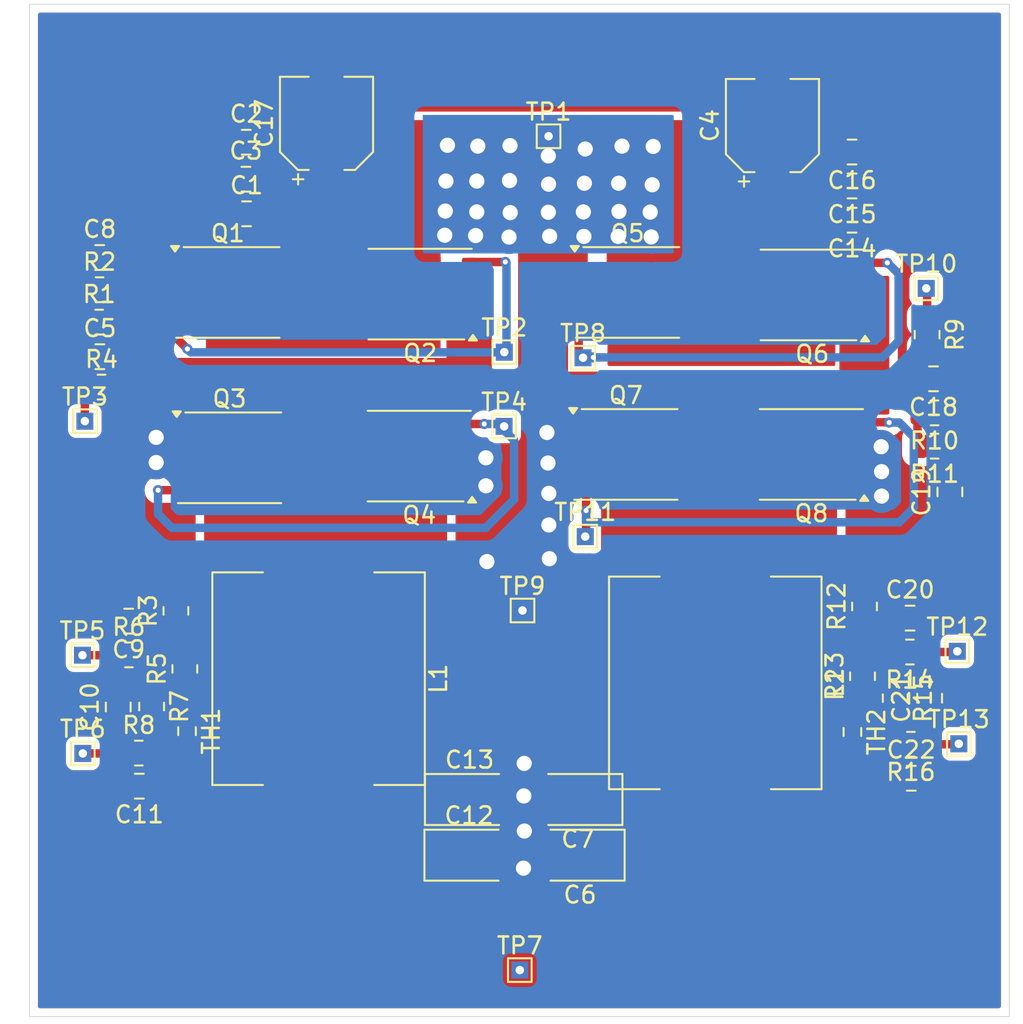
<source format=kicad_pcb>
(kicad_pcb (version 20241229) (generator "pcbnew") (generator_version "9.0")
  (layers (0 "F.Cu" signal) (2 "B.Cu" signal) (13 "F.Paste" user) (15 "B.Paste" user) (5 "F.SilkS" user "F.Silkscreen") (7 "B.SilkS" user "B.Silkscreen") (1 "F.Mask" user) (3 "B.Mask" user) (25 "Edge.Cuts" user))
  (net 0 "")
  (net 1 "GND")
  (net 2 "Net-(Q3-D)")
  (net 3 "Net-(Q7-D)")
  (net 4 "Net-(Q1-D)")
  (net 5 "Net-(Q1-G)")
  (net 6 "Net-(Q3-G)")
  (net 7 "Net-(Q5-G)")
  (net 8 "Net-(C5-Pad1)")
  (net 9 "Net-(C10-Pad1)")
  (net 10 "Net-(C8-Pad2)")
  (net 11 "Net-(C9-Pad2)")
  (net 12 "Net-(C10-Pad2)")
  (net 13 "Net-(C11-Pad2)")
  (net 14 "Net-(C18-Pad1)")
  (net 15 "Net-(C19-Pad2)")
  (net 16 "Net-(C20-Pad2)")
  (net 17 "Net-(C21-Pad2)")
  (net 18 "Net-(R4-Pad1)")
  (net 19 "Net-(R5-Pad1)")
  (net 20 "Net-(R9-Pad1)")
  (net 21 "Net-(C22-Pad2)")
  (net 22 "Net-(Q7-G)")
  (net 23 "Net-(R13-Pad1)")
  (footprint "Capacitor_SMD:C_0805_2012Metric" (layer "F.Cu") (at 109.17 69.14)
    (property "Reference" "C3" (at 0 -1.68 0) (layer "F.SilkS"))
    (property "Value" "4u7/25V")
    (pad "1" smd roundrect (at -0.95 0) (size 1 1.45) (layers "F.Cu" "F.Mask" "F.Paste") (net 1 "GND"))
    (pad "2" smd roundrect (at 0.95 0) (size 1 1.45) (layers "F.Cu" "F.Mask" "F.Paste") (net 4 "Net-(Q1-D)"))
  )
  (footprint "Resistor_SMD:R_0805_2012Metric" (layer "F.Cu") (at 102.23 97.33)
    (property "Reference" "R6" (at 0 -1.65 0) (layer "F.SilkS"))
    (property "Value" "470")
    (pad "1" smd roundrect (at -0.9125 0) (size 1.025 1.4) (layers "F.Cu" "F.Mask" "F.Paste") (roundrect_rratio 0.243902) (net 11 "Net-(C9-Pad2)"))
    (pad "2" smd roundrect (at 0.9125 0) (size 1.025 1.4) (layers "F.Cu" "F.Mask" "F.Paste") (roundrect_rratio 0.243902) (net 12 "Net-(C10-Pad2)"))
  )
  (footprint "Capacitor_SMD:C_0805_2012Metric" (layer "F.Cu") (at 145.11 71.57 180)
    (property "Reference" "C14" (at 0 -1.68 0) (layer "F.SilkS"))
    (property "Value" "100nF/25V")
    (pad "1" smd roundrect (at -0.95 0 180) (size 1 1.45) (layers "F.Cu" "F.Mask" "F.Paste") (net 1 "GND"))
    (pad "2" smd roundrect (at 0.95 0 180) (size 1 1.45) (layers "F.Cu" "F.Mask" "F.Paste") (net 4 "Net-(Q1-D)"))
  )
  (footprint "Resistor_SMD:R_0805_2012Metric" (layer "F.Cu") (at 102.82 103.15)
    (property "Reference" "R8" (at 0 -1.65 0) (layer "F.SilkS"))
    (property "Value" "470")
    (pad "1" smd roundrect (at -0.9125 0) (size 1.025 1.4) (layers "F.Cu" "F.Mask" "F.Paste") (roundrect_rratio 0.243902) (net 13 "Net-(C11-Pad2)"))
    (pad "2" smd roundrect (at 0.9125 0) (size 1.025 1.4) (layers "F.Cu" "F.Mask" "F.Paste") (roundrect_rratio 0.243902) (net 9 "Net-(C10-Pad1)"))
  )
  (footprint "Package_TO_SOT_SMD:TDSON-8-1" (layer "F.Cu") (at 142.7 85.45 180)
    (property "Reference" "Q8" (at 0 -3.5 0) (layer "F.SilkS"))
    (property "Value" "CSD16321Q5")
    (pad "1" smd roundrect (at -2.9 -1.905 180) (size 0.85 0.5) (layers "F.Cu" "F.Mask" "F.Paste") (net 1 "GND"))
    (pad "2" smd roundrect (at -2.9 -0.635 180) (size 0.85 0.5) (layers "F.Cu" "F.Mask" "F.Paste") (net 1 "GND"))
    (pad "3" smd roundrect (at -2.9 0.635 180) (size 0.85 0.5) (layers "F.Cu" "F.Mask" "F.Paste") (net 1 "GND"))
    (pad "4" smd roundrect (at -2.9 1.905 180) (size 0.85 0.5) (layers "F.Cu" "F.Mask" "F.Paste") (net 22 "Net-(Q7-G)"))
    (pad "5" smd rect (at 1.05 0 180) (size 4.55 4.41) (layers "F.Cu") (net 3 "Net-(Q7-D)"))
  )
  (footprint "Package_TO_SOT_SMD:TDSON-8-1" (layer "F.Cu") (at 108.1 75.85)
    (property "Reference" "Q1" (at 0 -3.5 0) (layer "F.SilkS"))
    (property "Value" "CSD16321Q5")
    (pad "1" smd roundrect (at -2.9 -1.905) (size 0.85 0.5) (layers "F.Cu" "F.Mask" "F.Paste") (net 2 "Net-(Q3-D)"))
    (pad "2" smd roundrect (at -2.9 -0.635) (size 0.85 0.5) (layers "F.Cu" "F.Mask" "F.Paste") (net 2 "Net-(Q3-D)"))
    (pad "3" smd roundrect (at -2.9 0.635) (size 0.85 0.5) (layers "F.Cu" "F.Mask" "F.Paste") (net 2 "Net-(Q3-D)"))
    (pad "4" smd roundrect (at -2.9 1.905) (size 0.85 0.5) (layers "F.Cu" "F.Mask" "F.Paste") (net 5 "Net-(Q1-G)"))
    (pad "5" smd rect (at 1.05 0) (size 4.55 4.41) (layers "F.Cu") (net 4 "Net-(Q1-D)"))
  )
  (footprint "TestPoint:TestPoint_THTPad_1.0x1.0mm_Drill0.5mm" (layer "F.Cu") (at 151.35 97.12)
    (property "Reference" "TP12" (at 0 -1.448 0) (layer "F.SilkS"))
    (property "Value" "TestPoint")
    (pad "1" thru_hole rect (at 0 0) (size 1 1) (drill 0.5) (layers "*.Cu" "*.Mask") (net 16 "Net-(C20-Pad2)"))
  )
  (footprint "Capacitor_SMD:C_0805_2012Metric" (layer "F.Cu") (at 145.11 67.53 180)
    (property "Reference" "C16" (at 0 -1.68 0) (layer "F.SilkS"))
    (property "Value" "4u7/25V")
    (pad "1" smd roundrect (at -0.95 0 180) (size 1 1.45) (layers "F.Cu" "F.Mask" "F.Paste") (net 1 "GND"))
    (pad "2" smd roundrect (at 0.95 0 180) (size 1 1.45) (layers "F.Cu" "F.Mask" "F.Paste") (net 4 "Net-(Q1-D)"))
  )
  (footprint "Package_TO_SOT_SMD:TDSON-8-1" (layer "F.Cu") (at 131.7 85.45)
    (property "Reference" "Q7" (at 0 -3.5 0) (layer "F.SilkS"))
    (property "Value" "CSD16321Q5")
    (pad "1" smd roundrect (at -2.9 -1.905) (size 0.85 0.5) (layers "F.Cu" "F.Mask" "F.Paste") (net 1 "GND"))
    (pad "2" smd roundrect (at -2.9 -0.635) (size 0.85 0.5) (layers "F.Cu" "F.Mask" "F.Paste") (net 1 "GND"))
    (pad "3" smd roundrect (at -2.9 0.635) (size 0.85 0.5) (layers "F.Cu" "F.Mask" "F.Paste") (net 1 "GND"))
    (pad "4" smd roundrect (at -2.9 1.905) (size 0.85 0.5) (layers "F.Cu" "F.Mask" "F.Paste") (net 22 "Net-(Q7-G)"))
    (pad "5" smd rect (at 1.05 0) (size 4.55 4.41) (layers "F.Cu") (net 3 "Net-(Q7-D)"))
  )
  (footprint "TestPoint:TestPoint_THTPad_1.0x1.0mm_Drill0.5mm" (layer "F.Cu") (at 99.48 97.35)
    (property "Reference" "TP5" (at 0 -1.448 0) (layer "F.SilkS"))
    (property "Value" "TestPoint")
    (pad "1" thru_hole rect (at 0 0) (size 1 1) (drill 0.5) (layers "*.Cu" "*.Mask") (net 11 "Net-(C9-Pad2)"))
  )
  (footprint "TestPoint:TestPoint_THTPad_1.0x1.0mm_Drill0.5mm" (layer "F.Cu") (at 129.16 79.72)
    (property "Reference" "TP8" (at 0 -1.448 0) (layer "F.SilkS"))
    (property "Value" "TestPoint")
    (pad "1" thru_hole rect (at 0 0) (size 1 1) (drill 0.5) (layers "*.Cu" "*.Mask") (net 7 "Net-(Q5-G)"))
  )
  (footprint "Capacitor_Tantalum_SMD:CP_EIA-3528-21_Kemet-B_HandSolder" (layer "F.Cu") (at 122.43 105.9)
    (property "Reference" "C13" (at 0 -2.35 0) (layer "F.SilkS"))
    (property "Value" "C_Polarized_Small")
    (pad "1" smd roundrect (at -1.6275 0) (size 1.515 2.39) (layers "F.Cu" "F.Mask" "F.Paste") (roundrect_rratio 0.165017) (net 9 "Net-(C10-Pad1)"))
    (pad "2" smd roundrect (at 1.6275 0) (size 1.515 2.39) (layers "F.Cu" "F.Mask" "F.Paste") (roundrect_rratio 0.165017) (net 1 "GND"))
  )
  (footprint "Package_TO_SOT_SMD:TDSON-8-1" (layer "F.Cu") (at 119.5 75.95 180)
    (property "Reference" "Q2" (at 0 -3.5 0) (layer "F.SilkS"))
    (property "Value" "CSD16321Q5")
    (pad "1" smd roundrect (at -2.9 -1.905 180) (size 0.85 0.5) (layers "F.Cu" "F.Mask" "F.Paste") (net 2 "Net-(Q3-D)"))
    (pad "2" smd roundrect (at -2.9 -0.635 180) (size 0.85 0.5) (layers "F.Cu" "F.Mask" "F.Paste") (net 2 "Net-(Q3-D)"))
    (pad "3" smd roundrect (at -2.9 0.635 180) (size 0.85 0.5) (layers "F.Cu" "F.Mask" "F.Paste") (net 2 "Net-(Q3-D)"))
    (pad "4" smd roundrect (at -2.9 1.905 180) (size 0.85 0.5) (layers "F.Cu" "F.Mask" "F.Paste") (net 5 "Net-(Q1-G)"))
    (pad "5" smd rect (at 1.05 0 180) (size 4.55 4.41) (layers "F.Cu") (net 4 "Net-(Q1-D)"))
  )
  (footprint "TestPoint:TestPoint_THTPad_1.0x1.0mm_Drill0.5mm" (layer "F.Cu") (at 129.29 90.32)
    (property "Reference" "TP11" (at 0 -1.448 0) (layer "F.SilkS"))
    (property "Value" "TestPoint")
    (pad "1" thru_hole rect (at 0 0) (size 1 1) (drill 0.5) (layers "*.Cu" "*.Mask") (net 22 "Net-(Q7-G)"))
  )
  (footprint "Capacitor_SMD:C_0805_2012Metric" (layer "F.Cu") (at 149.94 80.97 180)
    (property "Reference" "C18" (at 0 -1.68 0) (layer "F.SilkS"))
    (property "Value" "220n/10V")
    (pad "1" smd roundrect (at -0.95 0 180) (size 1 1.45) (layers "F.Cu" "F.Mask" "F.Paste") (net 14 "Net-(C18-Pad1)"))
    (pad "2" smd roundrect (at 0.95 0 180) (size 1 1.45) (layers "F.Cu" "F.Mask" "F.Paste") (net 3 "Net-(Q7-D)"))
  )
  (footprint "Capacitor_SMD:C_0805_2012Metric" (layer "F.Cu") (at 100.5025 73.78)
    (property "Reference" "C8" (at 0 -1.68 0) (layer "F.SilkS"))
    (property "Value" "1n/50V")
    (pad "1" smd roundrect (at -0.95 0) (size 1 1.45) (layers "F.Cu" "F.Mask" "F.Paste") (net 1 "GND"))
    (pad "2" smd roundrect (at 0.95 0) (size 1 1.45) (layers "F.Cu" "F.Mask" "F.Paste") (net 10 "Net-(C8-Pad2)"))
  )
  (footprint "Capacitor_SMD:CP_Elec_5x5.8" (layer "F.Cu") (at 140.39 65.96 90)
    (property "Reference" "C4" (at 0 -3.7 90) (layer "F.SilkS"))
    (property "Value" "68u/25V")
    (pad "1" smd roundrect (at -2.2 0 90) (size 3 1.6) (layers "F.Cu" "F.Mask" "F.Paste") (roundrect_rratio 0.15625) (net 4 "Net-(Q1-D)"))
    (pad "2" smd roundrect (at 2.2 0 90) (size 3 1.6) (layers "F.Cu" "F.Mask" "F.Paste") (roundrect_rratio 0.15625) (net 1 "GND"))
  )
  (footprint "Capacitor_Tantalum_SMD:CP_EIA-3528-21_Kemet-B_HandSolder" (layer "F.Cu") (at 128.85 105.9 180)
    (property "Reference" "C7" (at 0 -2.35 0) (layer "F.SilkS"))
    (property "Value" "C_Polarized_Small")
    (pad "1" smd roundrect (at -1.6275 0 180) (size 1.515 2.39) (layers "F.Cu" "F.Mask" "F.Paste") (roundrect_rratio 0.165017) (net 9 "Net-(C10-Pad1)"))
    (pad "2" smd roundrect (at 1.6275 0 180) (size 1.515 2.39) (layers "F.Cu" "F.Mask" "F.Paste") (roundrect_rratio 0.165017) (net 1 "GND"))
  )
  (footprint "Capacitor_SMD:C_0805_2012Metric" (layer "F.Cu") (at 109.21 71.19)
    (property "Reference" "C1" (at 0 -1.68 0) (layer "F.SilkS"))
    (property "Value" "100nF/25V")
    (pad "1" smd roundrect (at -0.95 0) (size 1 1.45) (layers "F.Cu" "F.Mask" "F.Paste") (net 1 "GND"))
    (pad "2" smd roundrect (at 0.95 0) (size 1 1.45) (layers "F.Cu" "F.Mask" "F.Paste") (net 4 "Net-(Q1-D)"))
  )
  (footprint "TestPoint:TestPoint_THTPad_1.0x1.0mm_Drill0.5mm" (layer "F.Cu") (at 99.5 103.17)
    (property "Reference" "TP6" (at 0 -1.448 0) (layer "F.SilkS"))
    (property "Value" "TestPoint")
    (pad "1" thru_hole rect (at 0 0) (size 1 1) (drill 0.5) (layers "*.Cu" "*.Mask") (net 13 "Net-(C11-Pad2)"))
  )
  (footprint "Package_TO_SOT_SMD:TDSON-8-1" (layer "F.Cu") (at 119.45 85.55 180)
    (property "Reference" "Q4" (at 0 -3.5 0) (layer "F.SilkS"))
    (property "Value" "CSD16321Q5")
    (pad "1" smd roundrect (at -2.9 -1.905 180) (size 0.85 0.5) (layers "F.Cu" "F.Mask" "F.Paste") (net 1 "GND"))
    (pad "2" smd roundrect (at -2.9 -0.635 180) (size 0.85 0.5) (layers "F.Cu" "F.Mask" "F.Paste") (net 1 "GND"))
    (pad "3" smd roundrect (at -2.9 0.635 180) (size 0.85 0.5) (layers "F.Cu" "F.Mask" "F.Paste") (net 1 "GND"))
    (pad "4" smd roundrect (at -2.9 1.905 180) (size 0.85 0.5) (layers "F.Cu" "F.Mask" "F.Paste") (net 6 "Net-(Q3-G)"))
    (pad "5" smd rect (at 1.05 0 180) (size 4.55 4.41) (layers "F.Cu") (net 2 "Net-(Q3-D)"))
  )
  (footprint "Resistor_SMD:R_0805_2012Metric" (layer "F.Cu") (at 149.56 78.35 -90)
    (property "Reference" "R9" (at 0 -1.65 90) (layer "F.SilkS"))
    (property "Value" "3.3")
    (pad "1" smd roundrect (at -0.9125 0 270) (size 1.025 1.4) (layers "F.Cu" "F.Mask" "F.Paste") (roundrect_rratio 0.243902) (net 20 "Net-(R9-Pad1)"))
    (pad "2" smd roundrect (at 0.9125 0 270) (size 1.025 1.4) (layers "F.Cu" "F.Mask" "F.Paste") (roundrect_rratio 0.243902) (net 14 "Net-(C18-Pad1)"))
  )
  (footprint "Capacitor_SMD:C_0805_2012Metric" (layer "F.Cu") (at 148.62 104.64)
    (property "Reference" "C22" (at 0 -1.68 0) (layer "F.SilkS"))
    (property "Value" "0.033nF/50V")
    (pad "1" smd roundrect (at -0.95 0) (size 1 1.45) (layers "F.Cu" "F.Mask" "F.Paste") (net 1 "GND"))
    (pad "2" smd roundrect (at 0.95 0) (size 1 1.45) (layers "F.Cu" "F.Mask" "F.Paste") (net 21 "Net-(C22-Pad2)"))
  )
  (footprint "Capacitor_SMD:C_0805_2012Metric" (layer "F.Cu") (at 101.6 100.42 90)
    (property "Reference" "C10" (at 0 -1.68 90) (layer "F.SilkS"))
    (property "Value" "220n/16V")
    (pad "1" smd roundrect (at -0.95 0 90) (size 1 1.45) (layers "F.Cu" "F.Mask" "F.Paste") (net 9 "Net-(C10-Pad1)"))
    (pad "2" smd roundrect (at 0.95 0 90) (size 1 1.45) (layers "F.Cu" "F.Mask" "F.Paste") (net 12 "Net-(C10-Pad2)"))
  )
  (footprint "TestPoint:TestPoint_THTPad_1.0x1.0mm_Drill0.5mm" (layer "F.Cu") (at 125.57 94.7)
    (property "Reference" "TP9" (at 0 -1.448 0) (layer "F.SilkS"))
    (property "Value" "TestPoint")
    (pad "1" thru_hole rect (at 0 0) (size 1 1) (drill 0.5) (layers "*.Cu" "*.Mask") (net 1 "GND"))
  )
  (footprint "Resistor_SMD:R_0805_2012Metric" (layer "F.Cu") (at 100.61 81.46)
    (property "Reference" "R4" (at 0 -1.65 0) (layer "F.SilkS"))
    (property "Value" "3.3")
    (pad "1" smd roundrect (at -0.9125 0) (size 1.025 1.4) (layers "F.Cu" "F.Mask" "F.Paste") (roundrect_rratio 0.243902) (net 18 "Net-(R4-Pad1)"))
    (pad "2" smd roundrect (at 0.9125 0) (size 1.025 1.4) (layers "F.Cu" "F.Mask" "F.Paste") (roundrect_rratio 0.243902) (net 8 "Net-(C5-Pad1)"))
  )
  (footprint "TestPoint:TestPoint_THTPad_1.0x1.0mm_Drill0.5mm" (layer "F.Cu") (at 125.41 116.01)
    (property "Reference" "TP7" (at 0 -1.448 0) (layer "F.SilkS"))
    (property "Value" "TestPoint")
    (pad "1" thru_hole rect (at 0 0) (size 1 1) (drill 0.5) (layers "*.Cu" "*.Mask") (net 9 "Net-(C10-Pad1)"))
  )
  (footprint "Resistor_SMD:R_0603_1608Metric" (layer "F.Cu") (at 145.13 101.9 -90)
    (property "Reference" "TH2" (at 0 -1.43 90) (layer "F.SilkS"))
    (property "Value" "NTCG163JF103HT")
    (pad "1" smd roundrect (at -0.825 0 270) (size 0.8 0.95) (layers "F.Cu" "F.Mask" "F.Paste") (net 23 "Net-(R13-Pad1)"))
    (pad "2" smd roundrect (at 0.825 0 270) (size 0.8 0.95) (layers "F.Cu" "F.Mask" "F.Paste") (net 9 "Net-(C10-Pad1)"))
  )
  (footprint "Resistor_SMD:R_0805_2012Metric" (layer "F.Cu") (at 145.73 98.6 90)
    (property "Reference" "R13" (at 0 -1.65 90) (layer "F.SilkS"))
    (property "Value" "3.01k")
    (pad "1" smd roundrect (at -0.9125 0 90) (size 1.025 1.4) (layers "F.Cu" "F.Mask" "F.Paste") (roundrect_rratio 0.243902) (net 23 "Net-(R13-Pad1)"))
    (pad "2" smd roundrect (at 0.9125 0 90) (size 1.025 1.4) (layers "F.Cu" "F.Mask" "F.Paste") (roundrect_rratio 0.243902) (net 17 "Net-(C21-Pad2)"))
  )
  (footprint "TestPoint:TestPoint_THTPad_1.0x1.0mm_Drill0.5mm" (layer "F.Cu") (at 151.44 102.6)
    (property "Reference" "TP13" (at 0 -1.448 0) (layer "F.SilkS"))
    (property "Value" "TestPoint")
    (pad "1" thru_hole rect (at 0 0) (size 1 1) (drill 0.5) (layers "*.Cu" "*.Mask") (net 21 "Net-(C22-Pad2)"))
  )
  (footprint "Resistor_SMD:R_0805_2012Metric" (layer "F.Cu") (at 145.85 94.46 90)
    (property "Reference" "R12" (at 0 -1.65 90) (layer "F.SilkS"))
    (property "Value" "2k")
    (pad "1" smd roundrect (at -0.9125 0 90) (size 1.025 1.4) (layers "F.Cu" "F.Mask" "F.Paste") (roundrect_rratio 0.243902) (net 17 "Net-(C21-Pad2)"))
    (pad "2" smd roundrect (at 0.9125 0 90) (size 1.025 1.4) (layers "F.Cu" "F.Mask" "F.Paste") (roundrect_rratio 0.243902) (net 3 "Net-(Q7-D)"))
  )
  (footprint "Resistor_SMD:R_0805_2012Metric" (layer "F.Cu") (at 147.67 99.8925 -90)
    (property "Reference" "R15" (at 0 -1.65 90) (layer "F.SilkS"))
    (property "Value" "10k")
    (pad "1" smd roundrect (at -0.9125 0 270) (size 1.025 1.4) (layers "F.Cu" "F.Mask" "F.Paste") (roundrect_rratio 0.243902) (net 17 "Net-(C21-Pad2)"))
    (pad "2" smd roundrect (at 0.9125 0 270) (size 1.025 1.4) (layers "F.Cu" "F.Mask" "F.Paste") (roundrect_rratio 0.243902) (net 9 "Net-(C10-Pad1)"))
  )
  (footprint "Capacitor_Tantalum_SMD:CP_EIA-3528-21_Kemet-B_HandSolder" (layer "F.Cu") (at 122.4 109.2)
    (property "Reference" "C12" (at 0 -2.35 0) (layer "F.SilkS"))
    (property "Value" "C_Polarized_Small")
    (pad "1" smd roundrect (at -1.6275 0) (size 1.515 2.39) (layers "F.Cu" "F.Mask" "F.Paste") (roundrect_rratio 0.165017) (net 9 "Net-(C10-Pad1)"))
    (pad "2" smd roundrect (at 1.6275 0) (size 1.515 2.39) (layers "F.Cu" "F.Mask" "F.Paste") (roundrect_rratio 0.165017) (net 1 "GND"))
  )
  (footprint "Resistor_SMD:R_0805_2012Metric" (layer "F.Cu") (at 148.54 97.16 180)
    (property "Reference" "R14" (at 0 -1.65 0) (layer "F.SilkS"))
    (property "Value" "470")
    (pad "1" smd roundrect (at -0.9125 0 180) (size 1.025 1.4) (layers "F.Cu" "F.Mask" "F.Paste") (roundrect_rratio 0.243902) (net 16 "Net-(C20-Pad2)"))
    (pad "2" smd roundrect (at 0.9125 0 180) (size 1.025 1.4) (layers "F.Cu" "F.Mask" "F.Paste") (roundrect_rratio 0.243902) (net 17 "Net-(C21-Pad2)"))
  )
  (footprint "Capacitor_SMD:C_0805_2012Metric" (layer "F.Cu") (at 102.85 105.11 180)
    (property "Reference" "C11" (at 0 -1.68 0) (layer "F.SilkS"))
    (property "Value" "0.033nF/50V")
    (pad "1" smd roundrect (at -0.95 0 180) (size 1 1.45) (layers "F.Cu" "F.Mask" "F.Paste") (net 1 "GND"))
    (pad "2" smd roundrect (at 0.95 0 180) (size 1 1.45) (layers "F.Cu" "F.Mask" "F.Paste") (net 13 "Net-(C11-Pad2)"))
  )
  (footprint "Capacitor_SMD:C_0805_2012Metric" (layer "F.Cu") (at 102.22 95.33 180)
    (property "Reference" "C9" (at 0 -1.68 0) (layer "F.SilkS"))
    (property "Value" "0.033nF/50V")
    (pad "1" smd roundrect (at -0.95 0 180) (size 1 1.45) (layers "F.Cu" "F.Mask" "F.Paste") (net 1 "GND"))
    (pad "2" smd roundrect (at 0.95 0 180) (size 1 1.45) (layers "F.Cu" "F.Mask" "F.Paste") (net 11 "Net-(C9-Pad2)"))
  )
  (footprint "Capacitor_SMD:CP_Elec_5x5.8" (layer "F.Cu") (at 113.95 65.83 90)
    (property "Reference" "C17" (at 0 -3.7 90) (layer "F.SilkS"))
    (property "Value" "68u/25V")
    (pad "1" smd roundrect (at -2.2 0 90) (size 3 1.6) (layers "F.Cu" "F.Mask" "F.Paste") (roundrect_rratio 0.15625) (net 4 "Net-(Q1-D)"))
    (pad "2" smd roundrect (at 2.2 0 90) (size 3 1.6) (layers "F.Cu" "F.Mask" "F.Paste") (roundrect_rratio 0.15625) (net 1 "GND"))
  )
  (footprint "TestPoint:TestPoint_THTPad_1.0x1.0mm_Drill0.5mm" (layer "F.Cu") (at 149.51 75.61)
    (property "Reference" "TP10" (at 0 -1.448 0) (layer "F.SilkS"))
    (property "Value" "TestPoint")
    (pad "1" thru_hole rect (at 0 0) (size 1 1) (drill 0.5) (layers "*.Cu" "*.Mask") (net 20 "Net-(R9-Pad1)"))
  )
  (footprint "Capacitor_SMD:C_0805_2012Metric" (layer "F.Cu") (at 148.55 95.15)
    (property "Reference" "C20" (at 0 -1.68 0) (layer "F.SilkS"))
    (property "Value" "0.033nF/50V")
    (pad "1" smd roundrect (at -0.95 0) (size 1 1.45) (layers "F.Cu" "F.Mask" "F.Paste") (net 1 "GND"))
    (pad "2" smd roundrect (at 0.95 0) (size 1 1.45) (layers "F.Cu" "F.Mask" "F.Paste") (net 16 "Net-(C20-Pad2)"))
  )
  (footprint "Capacitor_Tantalum_SMD:CP_EIA-3528-21_Kemet-B_HandSolder" (layer "F.Cu") (at 128.98 109.2 180)
    (property "Reference" "C6" (at 0 -2.35 0) (layer "F.SilkS"))
    (property "Value" "C_Polarized_Small")
    (pad "1" smd roundrect (at -1.6275 0 180) (size 1.515 2.39) (layers "F.Cu" "F.Mask" "F.Paste") (roundrect_rratio 0.165017) (net 9 "Net-(C10-Pad1)"))
    (pad "2" smd roundrect (at 1.6275 0 180) (size 1.515 2.39) (layers "F.Cu" "F.Mask" "F.Paste") (roundrect_rratio 0.165017) (net 1 "GND"))
  )
  (footprint "Capacitor_SMD:C_0805_2012Metric" (layer "F.Cu") (at 150.91 87.67 90)
    (property "Reference" "C19" (at 0 -1.68 90) (layer "F.SilkS"))
    (property "Value" "1n/50V")
    (pad "1" smd roundrect (at -0.95 0 90) (size 1 1.45) (layers "F.Cu" "F.Mask" "F.Paste") (net 1 "GND"))
    (pad "2" smd roundrect (at 0.95 0 90) (size 1 1.45) (layers "F.Cu" "F.Mask" "F.Paste") (net 15 "Net-(C19-Pad2)"))
  )
  (footprint "Capacitor_SMD:C_0805_2012Metric" (layer "F.Cu") (at 145.11 69.54 180)
    (property "Reference" "C15" (at 0 -1.68 0) (layer "F.SilkS"))
    (property "Value" "4u7/25V")
    (pad "1" smd roundrect (at -0.95 0 180) (size 1 1.45) (layers "F.Cu" "F.Mask" "F.Paste") (net 1 "GND"))
    (pad "2" smd roundrect (at 0.95 0 180) (size 1 1.45) (layers "F.Cu" "F.Mask" "F.Paste") (net 4 "Net-(Q1-D)"))
  )
  (footprint "Resistor_SMD:R_0805_2012Metric" (layer "F.Cu") (at 105.55 98.16 90)
    (property "Reference" "R5" (at 0 -1.65 90) (layer "F.SilkS"))
    (property "Value" "3.01k")
    (pad "1" smd roundrect (at -0.9125 0 90) (size 1.025 1.4) (layers "F.Cu" "F.Mask" "F.Paste") (roundrect_rratio 0.243902) (net 19 "Net-(R5-Pad1)"))
    (pad "2" smd roundrect (at 0.9125 0 90) (size 1.025 1.4) (layers "F.Cu" "F.Mask" "F.Paste") (roundrect_rratio 0.243902) (net 12 "Net-(C10-Pad2)"))
  )
  (footprint "Package_TO_SOT_SMD:TDSON-8-1" (layer "F.Cu") (at 142.75 76 180)
    (property "Reference" "Q6" (at 0 -3.5 0) (layer "F.SilkS"))
    (property "Value" "CSD16321Q5")
    (pad "1" smd roundrect (at -2.9 -1.905 180) (size 0.85 0.5) (layers "F.Cu" "F.Mask" "F.Paste") (net 3 "Net-(Q7-D)"))
    (pad "2" smd roundrect (at -2.9 -0.635 180) (size 0.85 0.5) (layers "F.Cu" "F.Mask" "F.Paste") (net 3 "Net-(Q7-D)"))
    (pad "3" smd roundrect (at -2.9 0.635 180) (size 0.85 0.5) (layers "F.Cu" "F.Mask" "F.Paste") (net 3 "Net-(Q7-D)"))
    (pad "4" smd roundrect (at -2.9 1.905 180) (size 0.85 0.5) (layers "F.Cu" "F.Mask" "F.Paste") (net 7 "Net-(Q5-G)"))
    (pad "5" smd rect (at 1.05 0 180) (size 4.55 4.41) (layers "F.Cu") (net 4 "Net-(Q1-D)"))
  )
  (footprint "Resistor_SMD:R_0805_2012Metric" (layer "F.Cu") (at 150 82.99 180)
    (property "Reference" "R10" (at 0 -1.65 0) (layer "F.SilkS"))
    (property "Value" "10")
    (pad "1" smd roundrect (at -0.9125 0 180) (size 1.025 1.4) (layers "F.Cu" "F.Mask" "F.Paste") (roundrect_rratio 0.243902) (net 15 "Net-(C19-Pad2)"))
    (pad "2" smd roundrect (at 0.9125 0 180) (size 1.025 1.4) (layers "F.Cu" "F.Mask" "F.Paste") (roundrect_rratio 0.243902) (net 3 "Net-(Q7-D)"))
  )
  (footprint "TestPoint:TestPoint_THTPad_1.0x1.0mm_Drill0.5mm" (layer "F.Cu") (at 124.48 83.79)
    (property "Reference" "TP4" (at 0 -1.448 0) (layer "F.SilkS"))
    (property "Value" "TestPoint")
    (pad "1" thru_hole rect (at 0 0) (size 1 1) (drill 0.5) (layers "*.Cu" "*.Mask") (net 6 "Net-(Q3-G)"))
  )
  (footprint "Resistor_SMD:R_0805_2012Metric" (layer "F.Cu") (at 103.58 100.39 -90)
    (property "Reference" "R7" (at 0 -1.65 90) (layer "F.SilkS"))
    (property "Value" "10k")
    (pad "1" smd roundrect (at -0.9125 0 270) (size 1.025 1.4) (layers "F.Cu" "F.Mask" "F.Paste") (roundrect_rratio 0.243902) (net 12 "Net-(C10-Pad2)"))
    (pad "2" smd roundrect (at 0.9125 0 270) (size 1.025 1.4) (layers "F.Cu" "F.Mask" "F.Paste") (roundrect_rratio 0.243902) (net 9 "Net-(C10-Pad1)"))
  )
  (footprint "TestPoint:TestPoint_THTPad_1.0x1.0mm_Drill0.5mm" (layer "F.Cu") (at 127.115 66.595)
    (property "Reference" "TP1" (at 0 -1.448 0) (layer "F.SilkS"))
    (property "Value" "TestPoint")
    (pad "1" thru_hole rect (at 0 0) (size 1 1) (drill 0.5) (layers "*.Cu" "*.Mask") (net 4 "Net-(Q1-D)"))
  )
  (footprint "Resistor_SMD:R_0603_1608Metric" (layer "F.Cu") (at 105.68 101.85 -90)
    (property "Reference" "TH1" (at 0 -1.43 90) (layer "F.SilkS"))
    (property "Value" "NTCG163JF103HT")
    (pad "1" smd roundrect (at -0.825 0 270) (size 0.8 0.95) (layers "F.Cu" "F.Mask" "F.Paste") (net 19 "Net-(R5-Pad1)"))
    (pad "2" smd roundrect (at 0.825 0 270) (size 0.8 0.95) (layers "F.Cu" "F.Mask" "F.Paste") (net 9 "Net-(C10-Pad1)"))
  )
  (footprint "Resistor_SMD:R_0805_2012Metric" (layer "F.Cu") (at 100.4725 77.61)
    (property "Reference" "R1" (at 0 -1.65 0) (layer "F.SilkS"))
    (property "Value" "10")
    (pad "1" smd roundrect (at -0.9125 0) (size 1.025 1.4) (layers "F.Cu" "F.Mask" "F.Paste") (roundrect_rratio 0.243902) (net 10 "Net-(C8-Pad2)"))
    (pad "2" smd roundrect (at 0.9125 0) (size 1.025 1.4) (layers "F.Cu" "F.Mask" "F.Paste") (roundrect_rratio 0.243902) (net 2 "Net-(Q3-D)"))
  )
  (footprint "TestPoint:TestPoint_THTPad_1.0x1.0mm_Drill0.5mm" (layer "F.Cu") (at 124.49 79.39)
    (property "Reference" "TP2" (at 0 -1.448 0) (layer "F.SilkS"))
    (property "Value" "TestPoint")
    (pad "1" thru_hole rect (at 0 0) (size 1 1) (drill 0.5) (layers "*.Cu" "*.Mask") (net 5 "Net-(Q1-G)"))
  )
  (footprint "Package_TO_SOT_SMD:TDSON-8-1" (layer "F.Cu") (at 131.8 75.85)
    (property "Reference" "Q5" (at 0 -3.5 0) (layer "F.SilkS"))
    (property "Value" "CSD16321Q5")
    (pad "1" smd roundrect (at -2.9 -1.905) (size 0.85 0.5) (layers "F.Cu" "F.Mask" "F.Paste") (net 3 "Net-(Q7-D)"))
    (pad "2" smd roundrect (at -2.9 -0.635) (size 0.85 0.5) (layers "F.Cu" "F.Mask" "F.Paste") (net 3 "Net-(Q7-D)"))
    (pad "3" smd roundrect (at -2.9 0.635) (size 0.85 0.5) (layers "F.Cu" "F.Mask" "F.Paste") (net 3 "Net-(Q7-D)"))
    (pad "4" smd roundrect (at -2.9 1.905) (size 0.85 0.5) (layers "F.Cu" "F.Mask" "F.Paste") (net 7 "Net-(Q5-G)"))
    (pad "5" smd rect (at 1.05 0) (size 4.55 4.41) (layers "F.Cu") (net 4 "Net-(Q1-D)"))
  )
  (footprint "Capacitor_SMD:C_0805_2012Metric" (layer "F.Cu") (at 100.51 79.66)
    (property "Reference" "C5" (at 0 -1.68 0) (layer "F.SilkS"))
    (property "Value" "220n/10V")
    (pad "1" smd roundrect (at -0.95 0) (size 1 1.45) (layers "F.Cu" "F.Mask" "F.Paste") (net 8 "Net-(C5-Pad1)"))
    (pad "2" smd roundrect (at 0.95 0) (size 1 1.45) (layers "F.Cu" "F.Mask" "F.Paste") (net 2 "Net-(Q3-D)"))
  )
  (footprint "Capacitor_SMD:C_0805_2012Metric" (layer "F.Cu") (at 149.71 99.9 90)
    (property "Reference" "C21" (at 0 -1.68 90) (layer "F.SilkS"))
    (property "Value" "220n/16V")
    (pad "1" smd roundrect (at -0.95 0 90) (size 1 1.45) (layers "F.Cu" "F.Mask" "F.Paste") (net 9 "Net-(C10-Pad1)"))
    (pad "2" smd roundrect (at 0.95 0 90) (size 1 1.45) (layers "F.Cu" "F.Mask" "F.Paste") (net 17 "Net-(C21-Pad2)"))
  )
  (footprint "Inductor_SMD:L_12x12mm_H6mm" (layer "F.Cu") (at 113.48 98.74 -90)
    (property "Reference" "L1" (at 0 -7.1 90) (layer "F.SilkS"))
    (property "Value" "L_Iron")
    (pad "1" smd rect (at -4.95 0 270) (size 2.9 5.4) (layers "F.Cu" "F.Mask" "F.Paste") (net 2 "Net-(Q3-D)"))
    (pad "2" smd rect (at 4.95 0 270) (size 2.9 5.4) (layers "F.Cu" "F.Mask" "F.Paste") (net 9 "Net-(C10-Pad1)"))
  )
  (footprint "Capacitor_SMD:C_0805_2012Metric" (layer "F.Cu") (at 109.19 66.95)
    (property "Reference" "C2" (at 0 -1.68 0) (layer "F.SilkS"))
    (property "Value" "4u7/25V")
    (pad "1" smd roundrect (at -0.95 0) (size 1 1.45) (layers "F.Cu" "F.Mask" "F.Paste") (net 1 "GND"))
    (pad "2" smd roundrect (at 0.95 0) (size 1 1.45) (layers "F.Cu" "F.Mask" "F.Paste") (net 4 "Net-(Q1-D)"))
  )
  (footprint "Resistor_SMD:R_0805_2012Metric" (layer "F.Cu") (at 100.4925 75.69)
    (property "Reference" "R2" (at 0 -1.65 0) (layer "F.SilkS"))
    (property "Value" "10")
    (pad "1" smd roundrect (at -0.9125 0) (size 1.025 1.4) (layers "F.Cu" "F.Mask" "F.Paste") (roundrect_rratio 0.243902) (net 10 "Net-(C8-Pad2)"))
    (pad "2" smd roundrect (at 0.9125 0) (size 1.025 1.4) (layers "F.Cu" "F.Mask" "F.Paste") (roundrect_rratio 0.243902) (net 2 "Net-(Q3-D)"))
  )
  (footprint "Resistor_SMD:R_0805_2012Metric" (layer "F.Cu") (at 105.02 94.72 90)
    (property "Reference" "R3" (at 0 -1.65 90) (layer "F.SilkS"))
    (property "Value" "2k")
    (pad "1" smd roundrect (at -0.9125 0 90) (size 1.025 1.4) (layers "F.Cu" "F.Mask" "F.Paste") (roundrect_rratio 0.243902) (net 12 "Net-(C10-Pad2)"))
    (pad "2" smd roundrect (at 0.9125 0 90) (size 1.025 1.4) (layers "F.Cu" "F.Mask" "F.Paste") (roundrect_rratio 0.243902) (net 2 "Net-(Q3-D)"))
  )
  (footprint "Resistor_SMD:R_0805_2012Metric" (layer "F.Cu") (at 148.6 102.63 180)
    (property "Reference" "R16" (at 0 -1.65 0) (layer "F.SilkS"))
    (property "Value" "470")
    (pad "1" smd roundrect (at -0.9125 0 180) (size 1.025 1.4) (layers "F.Cu" "F.Mask" "F.Paste") (roundrect_rratio 0.243902) (net 21 "Net-(C22-Pad2)"))
    (pad "2" smd roundrect (at 0.9125 0 180) (size 1.025 1.4) (layers "F.Cu" "F.Mask" "F.Paste") (roundrect_rratio 0.243902) (net 9 "Net-(C10-Pad1)"))
  )
  (footprint "Inductor_SMD:L_12x12mm_H6mm" (layer "F.Cu") (at 137 98.99 -90)
    (property "Reference" "L2" (at 0 -7.1 90) (layer "F.SilkS"))
    (property "Value" "L_Iron")
    (pad "1" smd rect (at -4.95 0 270) (size 2.9 5.4) (layers "F.Cu" "F.Mask" "F.Paste") (net 3 "Net-(Q7-D)"))
    (pad "2" smd rect (at 4.95 0 270) (size 2.9 5.4) (layers "F.Cu" "F.Mask" "F.Paste") (net 9 "Net-(C10-Pad1)"))
  )
  (footprint "Package_TO_SOT_SMD:TDSON-8-1" (layer "F.Cu") (at 108.2 85.65)
    (property "Reference" "Q3" (at 0 -3.5 0) (layer "F.SilkS"))
    (property "Value" "CSD16321Q5")
    (pad "1" smd roundrect (at -2.9 -1.905) (size 0.85 0.5) (layers "F.Cu" "F.Mask" "F.Paste") (net 1 "GND"))
    (pad "2" smd roundrect (at -2.9 -0.635) (size 0.85 0.5) (layers "F.Cu" "F.Mask" "F.Paste") (net 1 "GND"))
    (pad "3" smd roundrect (at -2.9 0.635) (size 0.85 0.5) (layers "F.Cu" "F.Mask" "F.Paste") (net 1 "GND"))
    (pad "4" smd roundrect (at -2.9 1.905) (size 0.85 0.5) (layers "F.Cu" "F.Mask" "F.Paste") (net 6 "Net-(Q3-G)"))
    (pad "5" smd rect (at 1.05 0) (size 4.55 4.41) (layers "F.Cu") (net 2 "Net-(Q3-D)"))
  )
  (footprint "TestPoint:TestPoint_THTPad_1.0x1.0mm_Drill0.5mm" (layer "F.Cu") (at 99.62 83.48)
    (property "Reference" "TP3" (at 0 -1.448 0) (layer "F.SilkS"))
    (property "Value" "TestPoint")
    (pad "1" thru_hole rect (at 0 0) (size 1 1) (drill 0.5) (layers "*.Cu" "*.Mask") (net 18 "Net-(R4-Pad1)"))
  )
  (footprint "Resistor_SMD:R_0805_2012Metric" (layer "F.Cu") (at 150 84.96 180)
    (property "Reference" "R11" (at 0 -1.65 0) (layer "F.SilkS"))
    (property "Value" "10")
    (pad "1" smd roundrect (at -0.9125 0 180) (size 1.025 1.4) (layers "F.Cu" "F.Mask" "F.Paste") (roundrect_rratio 0.243902) (net 15 "Net-(C19-Pad2)"))
    (pad "2" smd roundrect (at 0.9125 0 180) (size 1.025 1.4) (layers "F.Cu" "F.Mask" "F.Paste") (roundrect_rratio 0.243902) (net 3 "Net-(Q7-D)"))
  )
  (gr_rect (start 102.34 72.99) (end 106.01 77.11) (stroke (width 0.2)) (fill yes) (layer "F.Cu") (net 2))
  (gr_rect (start 144.46 74.97) (end 147.22 82.99) (stroke (width 0.2)) (fill yes) (layer "F.Cu") (net 3))
  (gr_rect (start 130.71 73.03) (end 144.02 80.11) (stroke (width 0.2)) (fill yes) (layer "F.Cu") (net 4))
  (gr_rect (start 130.46 99.21) (end 144.21 116.97) (stroke (width 0.2)) (fill yes) (layer "F.Cu") (net 9))
  (gr_rect (start 102.36 77.11) (end 104.46 83.16) (stroke (width 0.2)) (fill yes) (layer "F.Cu") (net 2))
  (gr_rect (start 128.17 80.64) (end 130.33 82.84) (stroke (width 0.2)) (fill yes) (layer "F.Cu") (net 3))
  (gr_rect (start 130.33 80.57) (end 144.12 98.44) (stroke (width 0.2)) (fill yes) (layer "F.Cu") (net 3))
  (gr_rect (start 106.79 83.07) (end 121 98.47) (stroke (width 0.2)) (fill yes) (layer "F.Cu") (net 2))
  (gr_rect (start 106.72 99.16) (end 120.99 117.01) (stroke (width 0.2)) (fill yes) (layer "F.Cu") (net 9))
  (gr_rect (start 106.88 83.01) (end 110.07 88.04) (stroke (width 0.2)) (fill yes) (layer "F.Cu") (net 2))
  (gr_rect (start 125.41 77.13) (end 128.17 82.84) (stroke (width 0.2)) (fill yes) (layer "F.Cu") (net 3))
  (gr_rect (start 106.9 72.15) (end 120.61 79.4) (stroke (width 0.2)) (fill yes) (layer "F.Cu") (net 4))
  (gr_rect (start 130.66 72.09) (end 135.04 74.52) (stroke (width 0.2)) (fill yes) (layer "F.Cu") (net 4))
  (gr_rect (start 120.74 111.31) (end 130.9 116.99) (stroke (width 0.2)) (fill yes) (layer "F.Cu") (net 9))
  (gr_rect (start 121.16 74.92) (end 123.65 82.63) (stroke (width 0.2)) (fill yes) (layer "F.Cu") (net 2))
  (gr_rect (start 125.41 73.56) (end 129.34 77.13) (stroke (width 0.2)) (fill yes) (layer "F.Cu") (net 3))
  (gr_rect (start 110.24 65.735) (end 143.99 73.135) (stroke (width 0.2)) (fill yes) (layer "F.Cu") (net 4))
  (gr_rect (start 119.37 80.8) (end 123.65 82.63) (stroke (width 0.2)) (fill yes) (layer "F.Cu") (net 2))
  (gr_rect (start 104.5 79.83) (end 121.01 83.11) (stroke (width 0.2)) (fill yes) (layer "F.Cu") (net 2))
  (gr_rect (start 144.12 80.57) (end 145.25 83.02) (stroke (width 0.2)) (fill yes) (layer "F.Cu") (net 3))
  (gr_rect (start 119.76 65.43) (end 134.44 73.44) (stroke (width 0.2)) (fill yes) (layer "B.Cu") (net 4))
  (gr_rect (start 96.34 58.77) (end 154.435 118.77) (stroke (width 0.05)) (fill no) (layer "Edge.Cuts"))
  (segment (start 122.35 87.455) (end 122.35 84.915) (width 0.5) (layer "F.Cu") (net 1))
  (segment (start 128.8 83.545) (end 128.8 86.085) (width 0.5) (layer "F.Cu") (net 1))
  (segment (start 145.6 87.355) (end 145.6 84.815) (width 0.5) (layer "F.Cu") (net 1))
  (segment (start 105.3 86.285) (end 105.3 83.745) (width 0.5) (layer "F.Cu") (net 1))
  (via (at 127.13 87.76) (size 2) (drill 0.9) (layers "F.Cu" "B.Cu") (net 1))
  (via (at 125.67 103.76) (size 2) (drill 0.9) (layers "F.Cu" "B.Cu") (net 1))
  (via (at 127.13 89.63) (size 2) (drill 0.9) (layers "F.Cu" "B.Cu") (net 1))
  (via (at 146.86 86.47) (size 2) (drill 0.9) (layers "F.Cu" "B.Cu") (net 1))
  (via (at 146.835657 84.995) (size 2) (drill 0.9) (layers "F.Cu" "B.Cu") (net 1))
  (via (at 146.86 87.92) (size 2) (drill 0.9) (layers "F.Cu" "B.Cu") (net 1))
  (via (at 123.4 85.65) (size 2) (drill 0.9) (layers "F.Cu" "B.Cu") (net 1))
  (via (at 127.08 85.96) (size 2) (drill 0.9) (layers "F.Cu" "B.Cu") (net 1))
  (via (at 103.85 85.93) (size 2) (drill 0.9) (layers "F.Cu" "B.Cu") (net 1))
  (via (at 125.68 107.77) (size 2) (drill 0.9) (layers "F.Cu" "B.Cu") (net 1))
  (via (at 125.65 105.69) (size 2) (drill 0.9) (layers "F.Cu" "B.Cu") (net 1))
  (via (at 123.4 87.31) (size 2) (drill 0.9) (layers "F.Cu" "B.Cu") (net 1))
  (via (at 127.02 84.15) (size 2) (drill 0.9) (layers "F.Cu" "B.Cu") (net 1))
  (via (at 123.46 91.8) (size 2) (drill 0.9) (layers "F.Cu" "B.Cu") (net 1))
  (via (at 125.63 109.97) (size 2) (drill 0.9) (layers "F.Cu" "B.Cu") (net 1))
  (via (at 127.16 91.63) (size 2) (drill 0.9) (layers "F.Cu" "B.Cu") (net 1))
  (via (at 103.85 84.44) (size 2) (drill 0.9) (layers "F.Cu" "B.Cu") (net 1))
  (segment (start 118.3 85.65) (end 118.4 85.55) (width 2) (layer "F.Cu") (net 2))
  (segment (start 113.425 93.845) (end 113.48 93.79) (width 0.5) (layer "F.Cu") (net 2))
  (segment (start 108 81.2) (end 109.25 82.45) (width 1.5) (layer "F.Cu") (net 2))
  (segment (start 109.25 82.45) (end 109.25 85.65) (width 1.5) (layer "F.Cu") (net 2))
  (segment (start 103.1155 82.0825) (end 103.998 81.2) (width 0.5) (layer "F.Cu") (net 2))
  (segment (start 101.405 79.605) (end 101.46 79.66) (width 0.5) (layer "F.Cu") (net 2))
  (segment (start 103.11 79.66) (end 103.585 80.135) (width 0.5) (layer "F.Cu") (net 2))
  (segment (start 118.4 85.55) (end 118.4 83.1) (width 1.5) (layer "F.Cu") (net 2))
  (segment (start 105.74 93.845) (end 113.425 93.845) (width 0.5) (layer "F.Cu") (net 2))
  (segment (start 105.2 76.485) (end 105.2 76.1) (width 0.5) (layer "F.Cu") (net 2))
  (segment (start 122.4 75.7) (end 122.4 75.315) (width 0.5) (layer "F.Cu") (net 2))
  (segment (start 103.549 80.751) (end 103.998 81.2) (width 1.5) (layer "F.Cu") (net 2))
  (segment (start 105.2 73.7) (end 105.2 73.945) (width 0.5) (layer "F.Cu") (net 2))
  (segment (start 105.2 73.7) (end 105.2 75.5) (width 1.5) (layer "F.Cu") (net 2))
  (segment (start 101.405 75.69) (end 101.405 79.605) (width 0.5) (layer "F.Cu") (net 2))
  (segment (start 105.2 76.1) (end 105.2 73.945) (width 0.5) (layer "F.Cu") (net 2))
  (segment (start 122.4 77.855) (end 122.4 75.7) (width 0.5) (layer "F.Cu") (net 2))
  (segment (start 122.4 79.1) (end 122.4 75.7) (width 1.5) (layer "F.Cu") (net 2))
  (segment (start 103.998 81.2) (end 108 81.2) (width 1.5) (layer "F.Cu") (net 2))
  (segment (start 101.46 79.66) (end 103.11 79.66) (width 0.5) (layer "F.Cu") (net 2))
  (segment (start 137.5425 93.4975) (end 137 94.04) (width 0.5) (layer "F.Cu") (net 3))
  (segment (start 148.99 84.8625) (end 149.0875 84.96) (width 0.5) (layer "F.Cu") (net 3))
  (segment (start 148.99 80.97) (end 147.17 80.97) (width 0.5) (layer "F.Cu") (net 3))
  (segment (start 141.65 83.05) (end 141.65 85.45) (width 1.5) (layer "F.Cu") (net 3))
  (segment (start 148.99 80.97) (end 148.99 84.8625) (width 0.5) (layer "F.Cu") (net 3))
  (segment (start 145.39 93.4975) (end 137.5425 93.4975) (width 0.5) (layer "F.Cu") (net 3))
  (segment (start 110.16 68.3) (end 110.16 66.97) (width 0.5) (layer "F.Cu") (net 4))
  (segment (start 134.53 74.17) (end 132.85 75.85) (width 0.5) (layer "F.Cu") (net 4))
  (segment (start 110.16 71.19) (end 110.16 68.3) (width 0.5) (layer "F.Cu") (net 4))
  (segment (start 141.55 75.85) (end 141.7 76) (width 2) (layer "F.Cu") (net 4))
  (segment (start 109.15 75.85) (end 118.35 75.85) (width 2) (layer "F.Cu") (net 4))
  (segment (start 118.35 75.85) (end 118.45 75.95) (width 2) (layer "F.Cu") (net 4))
  (segment (start 114.13 68.36) (end 110.22 68.36) (width 0.5) (layer "F.Cu") (net 4))
  (segment (start 132.85 73.47) (end 132.85 75.85) (width 3) (layer "F.Cu") (net 4))
  (segment (start 110.16 66.97) (end 110.14 66.95) (width 0.5) (layer "F.Cu") (net 4))
  (segment (start 110.22 68.36) (end 110.16 68.3) (width 0.5) (layer "F.Cu") (net 4))
  (segment (start 108.07 74.77) (end 109.15 75.85) (width 0.5) (layer "F.Cu") (net 4))
  (via (at 127.1 67.76) (size 2) (drill 0.9) (layers "F.Cu" "B.Cu") (net 4))
  (via (at 127.18 72.52) (size 2) (drill 0.9) (layers "F.Cu" "B.Cu") (net 4))
  (via (at 120.99 71.03) (size 2) (drill 0.9) (layers "F.Cu" "B.Cu") (net 4))
  (via (at 129.18 71.08) (size 2) (drill 0.9) (layers "F.Cu" "B.Cu") (net 4))
  (via (at 131.24 72.53) (size 2) (drill 0.9) (layers "F.Cu" "B.Cu") (net 4))
  (via (at 122.92 67.18) (size 2) (drill 0.9) (layers "F.Cu" "B.Cu") (net 4))
  (via (at 131.29 71.05) (size 2) (drill 0.9) (layers "F.Cu" "B.Cu") (net 4))
  (via (at 133.2 72.56) (size 2) (drill 0.9) (layers "F.Cu" "B.Cu") (net 4))
  (via (at 127.115 69.435) (size 2) (drill 0.9) (layers "F.Cu" "B.Cu") (net 4))
  (via (at 129.29 67.35) (size 2) (drill 0.9) (layers "F.Cu" "B.Cu") (net 4))
  (via (at 124.84 71.12) (size 2) (drill 0.9) (layers "F.Cu" "B.Cu") (net 4))
  (via (at 133.32 67.2) (size 2) (drill 0.9) (layers "F.Cu" "B.Cu") (net 4))
  (via (at 129.24 69.38) (size 2) (drill 0.9) (layers "F.Cu" "B.Cu") (net 4))
  (via (at 124.77 72.57) (size 2) (drill 0.9) (layers "F.Cu" "B.Cu") (net 4))
  (via (at 129.21 72.53) (size 2) (drill 0.9) (layers "F.Cu" "B.Cu") (net 4))
  (via (at 133.14 71.09) (size 2) (drill 0.9) (layers "F.Cu" "B.Cu") (net 4))
  (via (at 122.79 72.48) (size 2) (drill 0.9) (layers "F.Cu" "B.Cu") (net 4))
  (via (at 133.26 69.47) (size 2) (drill 0.9) (layers "F.Cu" "B.Cu") (net 4))
  (via (at 131.27 69.38) (size 2) (drill 0.9) (layers "F.Cu" "B.Cu") (net 4))
  (via (at 127.1 71.1) (size 2) (drill 0.9) (layers "F.Cu" "B.Cu") (net 4))
  (via (at 122.86 71.08) (size 2) (drill 0.9) (layers "F.Cu" "B.Cu") (net 4))
  (via (at 122.86 69.25) (size 2) (drill 0.9) (layers "F.Cu" "B.Cu") (net 4))
  (via (at 120.96 72.46) (size 2) (drill 0.9) (layers "F.Cu" "B.Cu") (net 4))
  (via (at 121.12 67.13) (size 2) (drill 0.9) (layers "F.Cu" "B.Cu") (net 4))
  (via (at 131.47 67.18) (size 2) (drill 0.9) (layers "F.Cu" "B.Cu") (net 4))
  (via (at 124.83 67.15) (size 2) (drill 0.9) (layers "F.Cu" "B.Cu") (net 4))
  (via (at 124.8 69.22) (size 2) (drill 0.9) (layers "F.Cu" "B.Cu") (net 4))
  (via (at 121.03 69.25) (size 2) (drill 0.9) (layers "F.Cu" "B.Cu") (net 4))
  (segment (start 105.7 79.2) (end 105.2 78.7) (width 0.5) (layer "F.Cu") (net 5))
  (segment (start 122.4 74.045) (end 124.55 74.045) (width 0.5) (layer "F.Cu") (net 5))
  (segment (start 105.2 78.7) (end 105.2 77.755) (width 0.5) (layer "F.Cu") (net 5))
  (via (at 124.55 74.045) (size 0.6) (drill 0.3) (layers "F.Cu" "B.Cu") (net 5))
  (via (at 105.7 79.2) (size 0.6) (drill 0.3) (layers "F.Cu" "B.Cu") (net 5))
  (segment (start 105.9 79.4) (end 124.62 79.4) (width 0.5) (layer "B.Cu") (net 5))
  (segment (start 124.62 79.4) (end 124.62 74.115) (width 0.5) (layer "B.Cu") (net 5))
  (segment (start 124.62 74.115) (end 124.55 74.045) (width 0.5) (layer "B.Cu") (net 5))
  (segment (start 105.7 79.2) (end 105.9 79.4) (width 0.5) (layer "B.Cu") (net 5))
  (segment (start 105.285 87.57) (end 105.3 87.555) (width 0.5) (layer "F.Cu") (net 6))
  (segment (start 124.335 83.645) (end 124.48 83.79) (width 0.5) (layer "F.Cu") (net 6))
  (segment (start 123.3 83.645) (end 124.335 83.645) (width 0.5) (layer "F.Cu") (net 6))
  (segment (start 103.96 87.57) (end 105.285 87.57) (width 0.5) (layer "F.Cu") (net 6))
  (segment (start 122.35 83.645) (end 123.3 83.645) (width 0.5) (layer "F.Cu") (net 6))
  (via (at 123.3 83.645) (size 0.6) (drill 0.3) (layers "F.Cu" "B.Cu") (net 6))
  (via (at 103.96 87.57) (size 0.6) (drill 0.3) (layers "F.Cu" "B.Cu") (net 6))
  (segment (start 125.07 88.12) (end 125.07 84.61) (width 0.5) (layer "B.Cu") (net 6))
  (segment (start 125.07 84.61) (end 124.105 83.645) (width 0.5) (layer "B.Cu") (net 6))
  (segment (start 124.105 83.645) (end 123.3 83.645) (width 0.5) (layer "B.Cu") (net 6))
  (segment (start 123.395 89.795) (end 125.07 88.12) (width 0.5) (layer "B.Cu") (net 6))
  (segment (start 103.96 87.57) (end 103.96 88.98) (width 0.5) (layer "B.Cu") (net 6))
  (segment (start 103.96 88.98) (end 104.78 89.8) (width 0.5) (layer "B.Cu") (net 6))
  (segment (start 104.78 89.8) (end 123.4 89.8) (width 0.5) (layer "B.Cu") (net 6))
  (segment (start 123.4 89.8) (end 123.395 89.795) (width 0.5) (layer "B.Cu") (net 6))
  (segment (start 129.77 79.7) (end 129.14 79.7) (width 0.5) (layer "F.Cu") (net 7))
  (segment (start 128.9 79.46) (end 128.9 77.755) (width 0.5) (layer "F.Cu") (net 7))
  (segment (start 129.14 79.7) (end 128.9 79.46) (width 0.5) (layer "F.Cu") (net 7))
  (segment (start 145.65 74.095) (end 147.2 74.095) (width 0.5) (layer "F.Cu") (net 7))
  (via (at 147.2 74.095) (size 0.6) (drill 0.3) (layers "F.Cu" "B.Cu") (net 7))
  (via (at 129.77 79.7) (size 0.6) (drill 0.3) (layers "F.Cu" "B.Cu") (net 7))
  (segment (start 146.91 79.7) (end 147.87 78.74) (width 0.5) (layer "B.Cu") (net 7))
  (segment (start 147.87 78.74) (end 147.87 74.75) (width 0.5) (layer "B.Cu") (net 7))
  (segment (start 147.215 74.095) (end 147.2 74.095) (width 0.5) (layer "B.Cu") (net 7))
  (segment (start 147.87 74.75) (end 147.215 74.095) (width 0.5) (layer "B.Cu") (net 7))
  (segment (start 129.77 79.7) (end 146.91 79.7) (width 0.5) (layer "B.Cu") (net 7))
  (segment (start 99.7225 79.66) (end 101.5225 81.46) (width 0.5) (layer "F.Cu") (net 8))
  (segment (start 99.56 79.66) (end 99.7225 79.66) (width 0.5) (layer "F.Cu") (net 8))
  (segment (start 113.63 103.54) (end 113.48 103.69) (width 0.5) (layer "F.Cu") (net 9))
  (segment (start 113.48 103.69) (end 113.48 104.0675) (width 2) (layer "F.Cu") (net 9))
  (segment (start 104.3075 101.3025) (end 105.68 102.675) (width 0.5) (layer "F.Cu") (net 9))
  (segment (start 143.915 103.94) (end 145.13 102.725) (width 0.5) (layer "F.Cu") (net 9))
  (segment (start 131.57 113.914999) (end 131.57 108.72) (width 2) (layer "F.Cu") (net 9))
  (segment (start 101.6 101.37) (end 103.5125 101.37) (width 0.5) (layer "F.Cu") (net 9))
  (segment (start 147.6875 102.63) (end 147.6875 100.8225) (width 0.5) (layer "F.Cu") (net 9))
  (segment (start 101.6025 101.3725) (end 101.6 101.37) (width 0.5) (layer "F.Cu") (net 9))
  (segment (start 145.13 102.725) (end 145.75 102.725) (width 0.5) (layer "F.Cu") (net 9))
  (segment (start 137 103.94) (end 143.915 103.94) (width 0.5) (layer "F.Cu") (net 9))
  (segment (start 149.4675 101.0925) (end 149.71 100.85) (width 0.5) (layer "F.Cu") (net 9))
  (segment (start 112.465 102.675) (end 113.48 103.69) (width 0.5) (layer "F.Cu") (net 9))
  (segment (start 145.225 102.63) (end 145.13 102.725) (width 0.5) (layer "F.Cu") (net 9))
  (segment (start 119.415 108.205) (end 119.415 113.814999) (width 2) (layer "F.Cu") (net 9))
  (segment (start 103.58 101.3025) (end 103.58 102.9975) (width 0.5) (layer "F.Cu") (net 9))
  (segment (start 103.58 101.3025) (end 104.3075 101.3025) (width 0.5) (layer "F.Cu") (net 9))
  (segment (start 114.4425 103.8475) (end 115.0575 103.8475) (width 2) (layer "F.Cu") (net 9))
  (segment (start 149.71 100.85) (end 147.715 100.85) (width 0.5) (layer "F.Cu") (net 9))
  (segment (start 147.6875 100.8225) (end 147.67 100.805) (width 0.5) (layer "F.Cu") (net 9))
  (segment (start 131.57 108.72) (end 132.22 108.72) (width 2) (layer "F.Cu") (net 9))
  (segment (start 103.58 102.9975) (end 103.7325 103.15) (width 0.5) (layer "F.Cu") (net 9))
  (segment (start 147.715 100.85) (end 147.67 100.805) (width 0.5) (layer "F.Cu") (net 9))
  (segment (start 147.6875 102.63) (end 145.225 102.63) (width 0.5) (layer "F.Cu") (net 9))
  (segment (start 115.0575 103.8475) (end 119.415 108.205) (width 2) (layer "F.Cu") (net 9))
  (segment (start 103.5125 101.37) (end 103.58 101.3025) (width 0.5) (layer "F.Cu") (net 9))
  (segment (start 132.22 108.72) (end 137 103.94) (width 2) (layer "F.Cu") (net 9))
  (segment (start 105.68 102.675) (end 112.465 102.675) (width 0.5) (layer "F.Cu") (net 9))
  (segment (start 99.58 75.69) (end 99.58 75.6525) (width 0.5) (layer "F.Cu") (net 10))
  (segment (start 99.58 75.6525) (end 101.4525 73.78) (width 0.5) (layer "F.Cu") (net 10))
  (segment (start 99.56 77.61) (end 99.56 75.71) (width 0.5) (layer "F.Cu") (net 10))
  (segment (start 99.56 75.71) (end 99.58 75.69) (width 0.5) (layer "F.Cu") (net 10))
  (segment (start 101.3175 97.33) (end 101.3175 95.6925) (width 0.5) (layer "F.Cu") (net 11))
  (segment (start 99.48 97.35) (end 101.2975 97.35) (width 0.5) (layer "F.Cu") (net 11))
  (segment (start 101.2975 97.35) (end 101.3175 97.33) (width 0.5) (layer "F.Cu") (net 11))
  (segment (start 103.5725 99.47) (end 103.58 99.4775) (width 0.5) (layer "F.Cu") (net 12))
  (segment (start 105.24 95.6325) (end 105.24 97.29) (width 0.5) (layer "F.Cu") (net 12))
  (segment (start 103.58 97.7675) (end 103.1425 97.33) (width 0.5) (layer "F.Cu") (net 12))
  (segment (start 101.6 99.47) (end 103.5725 99.47) (width 0.5) (layer "F.Cu") (net 12))
  (segment (start 101.4125 99.2825) (end 101.6 99.47) (width 0.5) (layer "F.Cu") (net 12))
  (segment (start 103.1425 97.33) (end 105.7025 97.33) (width 0.5) (layer "F.Cu") (net 12))
  (segment (start 105.7025 97.33) (end 105.72 97.3475) (width 0.5) (layer "F.Cu") (net 12))
  (segment (start 105.74 97.3275) (end 105.72 97.3475) (width 0.5) (layer "F.Cu") (net 12))
  (segment (start 103.58 99.4775) (end 103.58 97.7675) (width 0.5) (layer "F.Cu") (net 12))
  (segment (start 104.2925 97.3475) (end 105.72 97.3475) (width 0.5) (layer "F.Cu") (net 12))
  (segment (start 101.92 104.74) (end 101.92 103.2625) (width 0.5) (layer "F.Cu") (net 13))
  (segment (start 101.8875 103.17) (end 101.9075 103.15) (width 0.5) (layer "F.Cu") (net 13))
  (segment (start 102.16 103.4025) (end 101.9075 103.15) (width 0.5) (layer "F.Cu") (net 13))
  (segment (start 99.95 103.17) (end 101.8875 103.17) (width 0.5) (layer "F.Cu") (net 13))
  (segment (start 150.89 80.97) (end 150.89 80.5925) (width 0.5) (layer "F.Cu") (net 14))
  (segment (start 150.89 80.5925) (end 149.56 79.2625) (width 0.5) (layer "F.Cu") (net 14))
  (segment (start 150.9 80.98) (end 150.89 80.97) (width 0.5) (layer "F.Cu") (net 14))
  (segment (start 150.91 86.72) (end 150.91 84.9625) (width 0.5) (layer "F.Cu") (net 15))
  (segment (start 150.91 84.9625) (end 150.9125 84.96) (width 0.5) (layer "F.Cu") (net 15))
  (segment (start 150.9125 82.99) (end 150.9125 84.96) (width 0.5) (layer "F.Cu") (net 15))
  (segment (start 149.5 95.15) (end 149.5 97.1125) (width 0.5) (layer "F.Cu") (net 16))
  (segment (start 151.31 97.16) (end 151.35 97.12) (width 0.5) (layer "F.Cu") (net 16))
  (segment (start 149.5 97.1125) (end 149.4525 97.16) (width 0.5) (layer "F.Cu") (net 16))
  (segment (start 149.4525 97.16) (end 151.31 97.16) (width 0.5) (layer "F.Cu") (net 16))
  (segment (start 147.6275 97.16) (end 147.6275 98.9375) (width 0.5) (layer "F.Cu") (net 17))
  (segment (start 145.83 97.1375) (end 145.83 95.2625) (width 0.5) (layer "F.Cu") (net 17))
  (segment (start 147.6275 98.9375) (end 147.67 98.98) (width 0.5) (layer "F.Cu") (net 17))
  (segment (start 149.71 98.95) (end 147.7 98.95) (width 0.5) (layer "F.Cu") (net 17))
  (segment (start 147.7 98.95) (end 147.67 98.98) (width 0.5) (layer "F.Cu") (net 17))
  (segment (start 147.86 97.59) (end 145.66 97.59) (width 0.5) (layer "F.Cu") (net 17))
  (segment (start 149.6575 98.8975) (end 149.71 98.95) (width 0.5) (layer "F.Cu") (net 17))
  (segment (start 99.62 81.5375) (end 99.6975 81.46) (width 0.5) (layer "F.Cu") (net 18))
  (segment (start 99.62 83.48) (end 99.62 81.5375) (width 0.5) (layer "F.Cu") (net 18))
  (segment (start 105.72 99.1725) (end 105.72 100.985) (width 0.5) (layer "F.Cu") (net 19))
  (segment (start 105.72 100.985) (end 105.68 101.025) (width 0.5) (layer "F.Cu") (net 19))
  (segment (start 149.56 77.4375) (end 149.56 75.66) (width 0.5) (layer "F.Cu") (net 20))
  (segment (start 149.56 75.66) (end 149.51 75.61) (width 0.5) (layer "F.Cu") (net 20))
  (segment (start 149.57 104.64) (end 149.57 102.6875) (width 0.5) (layer "F.Cu") (net 21))
  (segment (start 151.41 102.63) (end 151.44 102.6) (width 0.5) (layer "F.Cu") (net 21))
  (segment (start 149.57 102.6875) (end 149.5125 102.63) (width 0.5) (layer "F.Cu") (net 21))
  (segment (start 149.5125 102.63) (end 151.41 102.63) (width 0.5) (layer "F.Cu") (net 21))
  (segment (start 129.34 88.78) (end 129.34 90.58) (width 0.5) (layer "F.Cu") (net 22))
  (segment (start 147.295 83.545) (end 147.31 83.56) (width 0.5) (layer "F.Cu") (net 22))
  (segment (start 129.255 87.355) (end 128.8 87.355) (width 0.5) (layer "F.Cu") (net 22))
  (segment (start 145.6 83.545) (end 147.295 83.545) (width 0.5) (layer "F.Cu") (net 22))
  (segment (start 129.34 88.78) (end 129.34 87.44) (width 0.5) (layer "F.Cu") (net 22))
  (segment (start 129.34 87.44) (end 129.255 87.355) (width 0.5) (layer "F.Cu") (net 22))
  (via (at 147.31 83.56) (size 0.6) (drill 0.3) (layers "F.Cu" "B.Cu") (net 22))
  (via (at 129.34 88.78) (size 0.6) (drill 0.3) (layers "F.Cu" "B.Cu") (net 22))
  (segment (start 147.91 83.56) (end 147.31 83.56) (width 0.5) (layer "B.Cu") (net 22))
  (segment (start 148.77 84.42) (end 147.91 83.56) (width 0.5) (layer "B.Cu") (net 22))
  (segment (start 147.91 89.47) (end 148.77 88.61) (width 0.5) (layer "B.Cu") (net 22))
  (segment (start 129.34 88.78) (end 129.34 89.46) (width 0.5) (layer "B.Cu") (net 22))
  (segment (start 148.77 88.61) (end 148.77 84.42) (width 0.5) (layer "B.Cu") (net 22))
  (segment (start 129.35 89.47) (end 147.91 89.47) (width 0.5) (layer "B.Cu") (net 22))
  (segment (start 129.34 89.46) (end 129.35 89.47) (width 0.5) (layer "B.Cu") (net 22))
  (segment (start 145.13 101.075) (end 145.13 99.2825) (width 0.5) (layer "F.Cu") (net 23))
  (zone (net 1) (net_name "GND") (layers "F.Cu" "B.Cu") (connect_pads yes (clearance 0.5)) (min_thickness 0.25) (fill yes (thermal_gap 0.5) (thermal_bridge_width 0.5) (smoothing chamfer))
    (polygon (pts (xy 94.67 58.52) (xy 154.937269 58.634868) (xy 155.267197 119.221727) (xy 94.59 118.81) (xy 95.963813 119.153453) (xy 95.742597 58.52)))
  )
)
</source>
